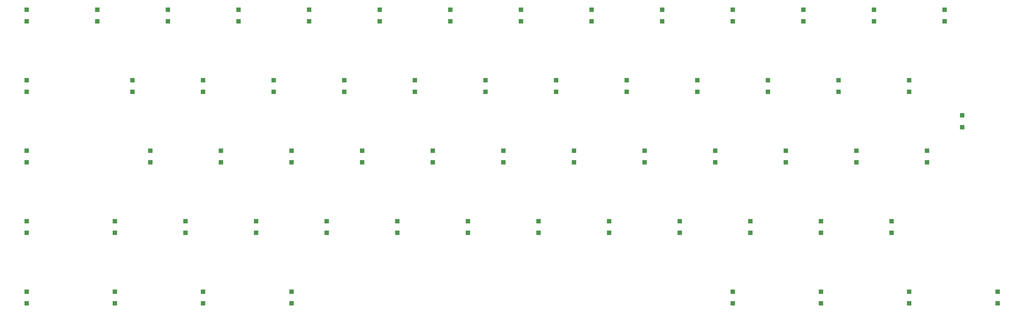
<source format=gbr>
G04 #@! TF.GenerationSoftware,KiCad,Pcbnew,5.1.6-c6e7f7d~86~ubuntu18.04.1*
G04 #@! TF.CreationDate,2020-05-28T23:24:45+02:00*
G04 #@! TF.ProjectId,keyboard-layout,6b657962-6f61-4726-942d-6c61796f7574,rev?*
G04 #@! TF.SameCoordinates,Original*
G04 #@! TF.FileFunction,Paste,Top*
G04 #@! TF.FilePolarity,Positive*
%FSLAX46Y46*%
G04 Gerber Fmt 4.6, Leading zero omitted, Abs format (unit mm)*
G04 Created by KiCad (PCBNEW 5.1.6-c6e7f7d~86~ubuntu18.04.1) date 2020-05-28 23:24:45*
%MOMM*%
%LPD*%
G01*
G04 APERTURE LIST*
%ADD10R,1.200000X1.200000*%
G04 APERTURE END LIST*
D10*
X20500000Y-31600000D03*
X20500000Y-28450000D03*
X39550000Y-31600000D03*
X39550000Y-28450000D03*
X58600000Y-31600000D03*
X58600000Y-28450000D03*
X77650000Y-31600000D03*
X77650000Y-28450000D03*
X96700000Y-31600000D03*
X96700000Y-28450000D03*
X115750000Y-31600000D03*
X115750000Y-28450000D03*
X134800000Y-31600000D03*
X134800000Y-28450000D03*
X153850000Y-31600000D03*
X153850000Y-28450000D03*
X172900000Y-31600000D03*
X172900000Y-28450000D03*
X191950000Y-31600000D03*
X191950000Y-28450000D03*
X211000000Y-31600000D03*
X211000000Y-28450000D03*
X230050000Y-31600000D03*
X230050000Y-28450000D03*
X249100000Y-31600000D03*
X249100000Y-28450000D03*
X268150000Y-31600000D03*
X268150000Y-28450000D03*
X20500000Y-50650000D03*
X20500000Y-47500000D03*
X49075000Y-50650000D03*
X49075000Y-47500000D03*
X68125000Y-50650000D03*
X68125000Y-47500000D03*
X87175000Y-50650000D03*
X87175000Y-47500000D03*
X106225000Y-50650000D03*
X106225000Y-47500000D03*
X125275000Y-50650000D03*
X125275000Y-47500000D03*
X144325000Y-50650000D03*
X144325000Y-47500000D03*
X163375000Y-50650000D03*
X163375000Y-47500000D03*
X182425000Y-50650000D03*
X182425000Y-47500000D03*
X201475000Y-50650000D03*
X201475000Y-47500000D03*
X220525000Y-50650000D03*
X220525000Y-47500000D03*
X239575000Y-50650000D03*
X239575000Y-47500000D03*
X258625000Y-50650000D03*
X258625000Y-47500000D03*
X272912500Y-60175000D03*
X272912500Y-57025000D03*
X20500000Y-69700000D03*
X20500000Y-66550000D03*
X53837500Y-69700000D03*
X53837500Y-66550000D03*
X72887500Y-69700000D03*
X72887500Y-66550000D03*
X91937500Y-69700000D03*
X91937500Y-66550000D03*
X110987500Y-69700000D03*
X110987500Y-66550000D03*
X130037500Y-69700000D03*
X130037500Y-66550000D03*
X149087500Y-69700000D03*
X149087500Y-66550000D03*
X168137500Y-69700000D03*
X168137500Y-66550000D03*
X187187500Y-69700000D03*
X187187500Y-66550000D03*
X206237500Y-69700000D03*
X206237500Y-66550000D03*
X225287500Y-69700000D03*
X225287500Y-66550000D03*
X244337500Y-69700000D03*
X244337500Y-66550000D03*
X263387500Y-69700000D03*
X263387500Y-66550000D03*
X20500000Y-88750000D03*
X20500000Y-85600000D03*
X44312500Y-88750000D03*
X44312500Y-85600000D03*
X63362500Y-88750000D03*
X63362500Y-85600000D03*
X82412500Y-88750000D03*
X82412500Y-85600000D03*
X101462500Y-88750000D03*
X101462500Y-85600000D03*
X120512500Y-88750000D03*
X120512500Y-85600000D03*
X139562500Y-88750000D03*
X139562500Y-85600000D03*
X158612500Y-88750000D03*
X158612500Y-85600000D03*
X177662500Y-88750000D03*
X177662500Y-85600000D03*
X196712500Y-88750000D03*
X196712500Y-85600000D03*
X215762500Y-88750000D03*
X215762500Y-85600000D03*
X234812500Y-88750000D03*
X234812500Y-85600000D03*
X253862500Y-88750000D03*
X253862500Y-85600000D03*
X20500000Y-107800000D03*
X20500000Y-104650000D03*
X44312500Y-107800000D03*
X44312500Y-104650000D03*
X68125000Y-107800000D03*
X68125000Y-104650000D03*
X91937500Y-107800000D03*
X91937500Y-104650000D03*
X211000000Y-107800000D03*
X211000000Y-104650000D03*
X234812500Y-107800000D03*
X234812500Y-104650000D03*
X258625000Y-107800000D03*
X258625000Y-104650000D03*
X282437500Y-107800000D03*
X282437500Y-104650000D03*
M02*

</source>
